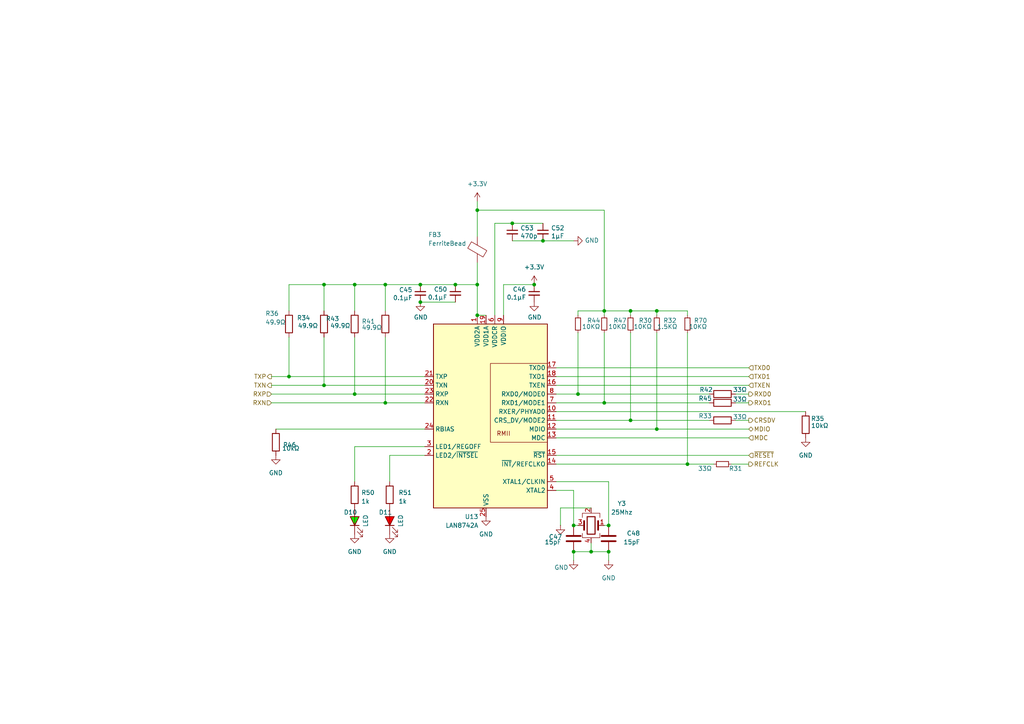
<source format=kicad_sch>
(kicad_sch (version 20231120) (generator "eeschema") (generator_version "8.0")
  (paper "A4")
  (lib_symbols
    (symbol "Device:C" (pin_numbers hide) (pin_names (offset 0.254))
      (property "Reference" "C" (at 0.635 2.54 0))
      (property "Value" "C" (at 0.635 -2.54 0))
      (symbol "C_0_1"
        (polyline (pts (xy -2.032 -0.762) (xy 2.032 -0.762)) (stroke (width 0.508)))
        (polyline (pts (xy -2.032 0.762) (xy 2.032 0.762)) (stroke (width 0.508)))
      )
      (symbol "C_1_1"
        (pin passive line (at 0 3.81 270) (length 2.794) (name "~") (number "1"))
        (pin passive line (at 0 -3.81 90) (length 2.794) (name "~") (number "2"))
      )
    )
    (symbol "Device:C_Small" (pin_numbers hide) (pin_names (offset 0.254) hide)
      (property "Reference" "C" (at 0.254 1.778 0))
      (property "Value" "C_Small" (at 0.254 -2.032 0))
      (symbol "C_Small_0_1"
        (polyline (pts (xy -1.524 -0.508) (xy 1.524 -0.508)) (stroke (width 0.3302)))
        (polyline (pts (xy -1.524 0.508) (xy 1.524 0.508)) (stroke (width 0.3048)))
      )
      (symbol "C_Small_1_1"
        (pin passive line (at 0 2.54 270) (length 2.032) (name "~") (number "1"))
        (pin passive line (at 0 -2.54 90) (length 2.032) (name "~") (number "2"))
      )
    )
    (symbol "Device:Crystal_GND24" (pin_names (offset 1.016) hide)
      (property "Reference" "Y" (at 3.175 5.08 0))
      (property "Value" "Crystal_GND24" (at 3.175 3.175 0))
      (symbol "Crystal_GND24_0_1"
        (rectangle (start -1.143 2.54) (end 1.143 -2.54) (stroke (width 0.3048)))
        (polyline (pts (xy -2.54 0) (xy -2.032 0)))
        (polyline (pts (xy -2.032 -1.27) (xy -2.032 1.27)) (stroke (width 0.508)))
        (polyline (pts (xy 0 -3.81) (xy 0 -3.556)))
        (polyline (pts (xy 0 3.556) (xy 0 3.81)))
        (polyline (pts (xy 2.032 -1.27) (xy 2.032 1.27)) (stroke (width 0.508)))
        (polyline (pts (xy 2.032 0) (xy 2.54 0)))
        (polyline (pts (xy -2.54 -2.286) (xy -2.54 -3.556) (xy 2.54 -3.556) (xy 2.54 -2.286)))
        (polyline (pts (xy -2.54 2.286) (xy -2.54 3.556) (xy 2.54 3.556) (xy 2.54 2.286)))
      )
      (symbol "Crystal_GND24_1_1"
        (pin passive line (at -3.81 0 0) (length 1.27) (name "1") (number "1"))
        (pin passive line (at 0 5.08 270) (length 1.27) (name "2") (number "2"))
        (pin passive line (at 3.81 0 180) (length 1.27) (name "3") (number "3"))
        (pin passive line (at 0 -5.08 90) (length 1.27) (name "4") (number "4"))
      )
    )
    (symbol "Device:FerriteBead" (pin_numbers hide) (pin_names (offset 0))
      (property "Reference" "FB" (at -3.81 0.635 90))
      (property "Value" "FerriteBead" (at 3.81 0 90))
      (symbol "FerriteBead_0_1"
        (polyline (pts (xy 0 -1.27) (xy 0 -1.2192)))
        (polyline (pts (xy 0 1.27) (xy 0 1.2954)))
        (polyline (pts (xy -2.7686 0.4064) (xy -1.7018 2.2606) (xy 2.7686 -0.3048) (xy 1.6764 -2.159) (xy -2.7686 0.4064)))
      )
      (symbol "FerriteBead_1_1"
        (pin passive line (at 0 3.81 270) (length 2.54) (name "~") (number "1"))
        (pin passive line (at 0 -3.81 90) (length 2.54) (name "~") (number "2"))
      )
    )
    (symbol "Device:LED" (pin_numbers hide) (pin_names (offset 1.016) hide)
      (property "Reference" "D2" (at 3.175 -0.9525 90))
      (property "Value" "LED" (at 3.175 -3.4925 90))
      (symbol "LED_0_1"
        (polyline (pts (xy -1.27 -1.27) (xy -1.27 1.27)) (stroke (width 0.254)))
        (polyline (pts (xy -1.27 0) (xy 1.27 0)))
        (polyline (pts (xy 1.27 -1.27) (xy 1.27 1.27) (xy -1.27 0) (xy 1.27 -1.27)) (stroke (width 0.254)) (fill (type color) (color 0 255 0 1)))
        (polyline (pts (xy -3.048 -0.762) (xy -4.572 -2.286) (xy -3.81 -2.286) (xy -4.572 -2.286) (xy -4.572 -1.524)))
        (polyline (pts (xy -1.778 -0.762) (xy -3.302 -2.286) (xy -2.54 -2.286) (xy -3.302 -2.286) (xy -3.302 -1.524)))
      )
      (symbol "LED_1_1"
        (pin passive line (at -3.81 0 0) (length 2.54) (name "K") (number "1"))
        (pin passive line (at 3.81 0 180) (length 2.54) (name "A") (number "2"))
      )
    )
    (symbol "Device:R" (pin_numbers hide) (pin_names (offset 0))
      (property "Reference" "R" (at 2.032 0 90))
      (property "Value" "R" (at 0 0 90))
      (symbol "R_0_1"
        (rectangle (start -1.016 -2.54) (end 1.016 2.54) (stroke (width 0.254)))
      )
      (symbol "R_1_1"
        (pin passive line (at 0 3.81 270) (length 1.27) (name "~") (number "1"))
        (pin passive line (at 0 -3.81 90) (length 1.27) (name "~") (number "2"))
      )
    )
    (symbol "Device:R_Small" (pin_numbers hide) (pin_names (offset 0.254) hide)
      (property "Reference" "R" (at 0.762 0.508 0))
      (property "Value" "R_Small" (at 0.762 -1.016 0))
      (symbol "R_Small_0_1"
        (rectangle (start -0.762 1.778) (end 0.762 -1.778) (stroke (width 0.2032)))
      )
      (symbol "R_Small_1_1"
        (pin passive line (at 0 2.54 270) (length 0.762) (name "~") (number "1"))
        (pin passive line (at 0 -2.54 90) (length 0.762) (name "~") (number "2"))
      )
    )
    (symbol "Interface_Ethernet:LAN8742A"
      (property "Reference" "U" (at -13.97 29.21 0))
      (property "Value" "LAN8742A" (at 15.24 29.21 0))
      (symbol "LAN8742A_0_0"
        (text "RMII" (at -5.08 -3.81 0) (effects (font (size 1.27 1.27))))
      )
      (symbol "LAN8742A_0_1"
        (rectangle (start -17.78 27.94) (end 15.24 -25.4) (stroke (width 0.254)) (fill (type background)))
        (polyline (pts (xy -17.78 -6.35) (xy -1.27 -6.35) (xy -1.27 16.51) (xy -17.78 16.51)))
      )
      (symbol "LAN8742A_1_1"
        (pin power_in line (at 2.54 30.48 270) (length 2.54) (name "VDD2A") (number "1"))
        (pin output line (at -20.32 2.54 0) (length 2.54) (name "RXER/PHYAD0") (number "10"))
        (pin bidirectional line (at -20.32 0 0) (length 2.54) (name "CRS_DV/MODE2") (number "11"))
        (pin bidirectional line (at -20.32 -2.54 0) (length 2.54) (name "MDIO") (number "12"))
        (pin input line (at -20.32 -5.08 0) (length 2.54) (name "MDC") (number "13"))
        (pin output line (at -20.32 -12.7 0) (length 2.54) (name "~{INT}/REFCLKO") (number "14"))
        (pin input line (at -20.32 -10.16 0) (length 2.54) (name "~{RST}") (number "15"))
        (pin input line (at -20.32 10.16 0) (length 2.54) (name "TXEN") (number "16"))
        (pin input line (at -20.32 15.24 0) (length 2.54) (name "TXD0") (number "17"))
        (pin input line (at -20.32 12.7 0) (length 2.54) (name "TXD1") (number "18"))
        (pin power_in line (at 0 30.48 270) (length 2.54) (name "VDD1A") (number "19"))
        (pin bidirectional line (at 17.78 -10.16 180) (length 2.54) (name "LED2/~{INTSEL}") (number "2"))
        (pin passive line (at 17.78 10.16 180) (length 2.54) (name "TXN") (number "20"))
        (pin passive line (at 17.78 12.7 180) (length 2.54) (name "TXP") (number "21"))
        (pin passive line (at 17.78 5.08 180) (length 2.54) (name "RXN") (number "22"))
        (pin passive line (at 17.78 7.62 180) (length 2.54) (name "RXP") (number "23"))
        (pin passive line (at 17.78 -2.54 180) (length 2.54) (name "RBIAS") (number "24"))
        (pin power_in line (at 0 -27.94 90) (length 2.54) (name "VSS") (number "25"))
        (pin bidirectional line (at 17.78 -7.62 180) (length 2.54) (name "LED1/REGOFF") (number "3"))
        (pin output line (at -20.32 -20.32 0) (length 2.54) (name "XTAL2") (number "4"))
        (pin input line (at -20.32 -17.78 0) (length 2.54) (name "XTAL1/CLKIN") (number "5"))
        (pin power_in line (at -2.54 30.48 270) (length 2.54) (name "VDDCR") (number "6"))
        (pin bidirectional line (at -20.32 5.08 0) (length 2.54) (name "RXD1/MODE1") (number "7"))
        (pin bidirectional line (at -20.32 7.62 0) (length 2.54) (name "RXD0/MODE0") (number "8"))
        (pin power_in line (at -5.08 30.48 270) (length 2.54) (name "VDDIO") (number "9"))
      )
    )
    (symbol "LED_1" (pin_numbers hide) (pin_names (offset 1.016) hide)
      (property "Reference" "D1" (at 3.175 -0.9525 90))
      (property "Value" "LED" (at 3.175 -3.4925 90))
      (symbol "LED_1_0_1"
        (polyline (pts (xy -1.27 -1.27) (xy -1.27 1.27)) (stroke (width 0.254)))
        (polyline (pts (xy -1.27 0) (xy 1.27 0)))
        (polyline (pts (xy 1.27 -1.27) (xy 1.27 1.27) (xy -1.27 0) (xy 1.27 -1.27)) (stroke (width 0.254)) (fill (type color) (color 255 0 0 1)))
        (polyline (pts (xy -3.048 -0.762) (xy -4.572 -2.286) (xy -3.81 -2.286) (xy -4.572 -2.286) (xy -4.572 -1.524)))
        (polyline (pts (xy -1.778 -0.762) (xy -3.302 -2.286) (xy -2.54 -2.286) (xy -3.302 -2.286) (xy -3.302 -1.524)))
      )
      (symbol "LED_1_1_1"
        (pin passive line (at -3.81 0 0) (length 2.54) (name "K") (number "1"))
        (pin passive line (at 3.81 0 180) (length 2.54) (name "A") (number "2"))
      )
    )
    (symbol "h730duino-rescue:GND-power" (power) (pin_names (offset 0))
      (property "Value" "power_GND" (at 0 -3.81 0))
      (symbol "GND-power_0_1"
        (polyline (pts (xy 0 0) (xy 0 -1.27) (xy 1.27 -1.27) (xy 0 -2.54) (xy -1.27 -1.27) (xy 0 -1.27)))
      )
      (symbol "GND-power_1_1"
        (pin power_in line (at 0 0 270) (length 0) hide (name "GND") (number "1"))
      )
    )
    (symbol "power:+3.3V" (power) (pin_numbers hide) (pin_names (offset 0) hide)
      (property "Value" "+3.3V" (at 0 3.556 0))
      (symbol "+3.3V_0_1"
        (polyline (pts (xy -0.762 1.27) (xy 0 2.54)))
        (polyline (pts (xy 0 0) (xy 0 2.54)))
        (polyline (pts (xy 0 2.54) (xy 0.762 1.27)))
      )
      (symbol "+3.3V_1_1"
        (pin power_in line (at 0 0 90) (length 0) (name "~") (number "1"))
      )
    )
    (symbol "power:GND" (power) (pin_numbers hide) (pin_names (offset 0) hide)
      (property "Value" "GND" (at 0 -3.81 0))
      (symbol "GND_0_1"
        (polyline (pts (xy 0 0) (xy 0 -1.27) (xy 1.27 -1.27) (xy 0 -2.54) (xy -1.27 -1.27) (xy 0 -1.27)))
      )
      (symbol "GND_1_1"
        (pin power_in line (at 0 0 270) (length 0) (name "~") (number "1"))
      )
    )
  )
  (junction (at 138.43 60.96))
  (junction (at 199.39 134.62))
  (junction (at 157.48 69.85))
  (junction (at 121.92 87.63))
  (junction (at 93.98 111.76))
  (junction (at 166.37 160.02))
  (junction (at 176.53 152.4))
  (junction (at 121.92 82.55))
  (junction (at 138.43 91.44))
  (junction (at 111.76 116.84))
  (junction (at 138.43 82.55))
  (junction (at 93.98 82.55))
  (junction (at 190.5 90.17))
  (junction (at 175.26 90.17))
  (junction (at 132.08 82.55))
  (junction (at 102.87 82.55))
  (junction (at 148.59 64.77))
  (junction (at 111.76 82.55))
  (junction (at 171.45 160.02))
  (junction (at 102.87 114.3))
  (junction (at 190.5 124.46))
  (junction (at 154.94 82.55))
  (junction (at 175.26 116.84))
  (junction (at 182.88 121.92))
  (junction (at 167.64 114.3))
  (junction (at 166.37 152.4))
  (junction (at 176.53 160.02))
  (junction (at 182.88 90.17))
  (junction (at 83.82 109.22))
  (wire (pts (xy 161.29 142.24) (xy 166.37 142.24)))
  (wire (pts (xy 175.26 90.17) (xy 175.26 91.44)))
  (wire (pts (xy 157.48 69.85) (xy 166.37 69.85)))
  (wire (pts (xy 217.17 132.08) (xy 161.29 132.08)))
  (wire (pts (xy 138.43 91.44) (xy 140.97 91.44)))
  (wire (pts (xy 175.26 116.84) (xy 161.29 116.84)))
  (wire (pts (xy 93.98 82.55) (xy 102.87 82.55)))
  (wire (pts (xy 217.17 116.84) (xy 213.36 116.84)))
  (wire (pts (xy 176.53 152.4) (xy 175.26 152.4)))
  (wire (pts (xy 80.01 124.46) (xy 123.19 124.46)))
  (wire (pts (xy 166.37 152.4) (xy 167.64 152.4)))
  (wire (pts (xy 217.17 127) (xy 161.29 127)))
  (wire (pts (xy 102.87 114.3) (xy 123.19 114.3)))
  (wire (pts (xy 111.76 82.55) (xy 121.92 82.55)))
  (wire (pts (xy 83.82 90.17) (xy 83.82 82.55)))
  (wire (pts (xy 161.29 109.22) (xy 217.17 109.22)))
  (wire (pts (xy 161.29 139.7) (xy 176.53 139.7)))
  (wire (pts (xy 217.17 134.62) (xy 212.09 134.62)))
  (wire (pts (xy 199.39 90.17) (xy 199.39 91.44)))
  (wire (pts (xy 171.45 157.48) (xy 171.45 160.02)))
  (wire (pts (xy 190.5 124.46) (xy 217.17 124.46)))
  (wire (pts (xy 121.92 87.63) (xy 132.08 87.63)))
  (wire (pts (xy 138.43 76.2) (xy 138.43 82.55)))
  (wire (pts (xy 176.53 139.7) (xy 176.53 152.4)))
  (wire (pts (xy 113.03 132.08) (xy 113.03 139.7)))
  (wire (pts (xy 111.76 116.84) (xy 123.19 116.84)))
  (wire (pts (xy 143.51 64.77) (xy 143.51 91.44)))
  (wire (pts (xy 162.56 147.32) (xy 171.45 147.32)))
  (wire (pts (xy 83.82 97.79) (xy 83.82 109.22)))
  (wire (pts (xy 167.64 114.3) (xy 205.74 114.3)))
  (wire (pts (xy 111.76 97.79) (xy 111.76 116.84)))
  (wire (pts (xy 83.82 82.55) (xy 93.98 82.55)))
  (wire (pts (xy 138.43 60.96) (xy 138.43 58.42)))
  (wire (pts (xy 175.26 116.84) (xy 205.74 116.84)))
  (wire (pts (xy 217.17 121.92) (xy 213.36 121.92)))
  (wire (pts (xy 171.45 160.02) (xy 166.37 160.02)))
  (wire (pts (xy 146.05 91.44) (xy 146.05 82.55)))
  (wire (pts (xy 148.59 64.77) (xy 143.51 64.77)))
  (wire (pts (xy 167.64 91.44) (xy 167.64 90.17)))
  (wire (pts (xy 190.5 124.46) (xy 161.29 124.46)))
  (wire (pts (xy 207.01 134.62) (xy 199.39 134.62)))
  (wire (pts (xy 175.26 90.17) (xy 167.64 90.17)))
  (wire (pts (xy 93.98 97.79) (xy 93.98 111.76)))
  (wire (pts (xy 167.64 96.52) (xy 167.64 114.3)))
  (wire (pts (xy 138.43 60.96) (xy 175.26 60.96)))
  (wire (pts (xy 182.88 90.17) (xy 182.88 91.44)))
  (wire (pts (xy 182.88 96.52) (xy 182.88 121.92)))
  (wire (pts (xy 167.64 114.3) (xy 161.29 114.3)))
  (wire (pts (xy 199.39 134.62) (xy 161.29 134.62)))
  (wire (pts (xy 199.39 96.52) (xy 199.39 134.62)))
  (wire (pts (xy 190.5 90.17) (xy 199.39 90.17)))
  (wire (pts (xy 121.92 82.55) (xy 132.08 82.55)))
  (wire (pts (xy 213.36 114.3) (xy 217.17 114.3)))
  (wire (pts (xy 162.56 147.32) (xy 162.56 152.4)))
  (wire (pts (xy 93.98 82.55) (xy 93.98 90.17)))
  (wire (pts (xy 217.17 111.76) (xy 161.29 111.76)))
  (wire (pts (xy 102.87 82.55) (xy 111.76 82.55)))
  (wire (pts (xy 78.74 111.76) (xy 93.98 111.76)))
  (wire (pts (xy 102.87 97.79) (xy 102.87 114.3)))
  (wire (pts (xy 111.76 82.55) (xy 111.76 90.17)))
  (wire (pts (xy 217.17 106.68) (xy 161.29 106.68)))
  (wire (pts (xy 78.74 109.22) (xy 83.82 109.22)))
  (wire (pts (xy 182.88 121.92) (xy 161.29 121.92)))
  (wire (pts (xy 93.98 111.76) (xy 123.19 111.76)))
  (wire (pts (xy 176.53 160.02) (xy 171.45 160.02)))
  (wire (pts (xy 166.37 142.24) (xy 166.37 152.4)))
  (wire (pts (xy 176.53 162.56) (xy 176.53 160.02)))
  (wire (pts (xy 78.74 114.3) (xy 102.87 114.3)))
  (wire (pts (xy 132.08 82.55) (xy 138.43 82.55)))
  (wire (pts (xy 102.87 129.54) (xy 123.19 129.54)))
  (wire (pts (xy 123.19 132.08) (xy 113.03 132.08)))
  (wire (pts (xy 175.26 90.17) (xy 182.88 90.17)))
  (wire (pts (xy 102.87 82.55) (xy 102.87 90.17)))
  (wire (pts (xy 148.59 64.77) (xy 157.48 64.77)))
  (wire (pts (xy 78.74 116.84) (xy 111.76 116.84)))
  (wire (pts (xy 233.68 119.38) (xy 161.29 119.38)))
  (wire (pts (xy 138.43 68.58) (xy 138.43 60.96)))
  (wire (pts (xy 166.37 162.56) (xy 166.37 160.02)))
  (wire (pts (xy 102.87 139.7) (xy 102.87 129.54)))
  (wire (pts (xy 148.59 69.85) (xy 157.48 69.85)))
  (wire (pts (xy 182.88 121.92) (xy 205.74 121.92)))
  (wire (pts (xy 146.05 82.55) (xy 154.94 82.55)))
  (wire (pts (xy 83.82 109.22) (xy 123.19 109.22)))
  (wire (pts (xy 190.5 90.17) (xy 182.88 90.17)))
  (wire (pts (xy 190.5 96.52) (xy 190.5 124.46)))
  (wire (pts (xy 175.26 60.96) (xy 175.26 90.17)))
  (wire (pts (xy 190.5 91.44) (xy 190.5 90.17)))
  (wire (pts (xy 175.26 96.52) (xy 175.26 116.84)))
  (wire (pts (xy 138.43 82.55) (xy 138.43 91.44)))
  (hierarchical_label "RXN" (shape input) (at 78.74 116.84 180))
  (hierarchical_label "CRSDV" (shape output) (at 217.17 121.92 0))
  (hierarchical_label "TXP" (shape output) (at 78.74 109.22 180))
  (hierarchical_label "RXP" (shape input) (at 78.74 114.3 180))
  (hierarchical_label "REFCLK" (shape output) (at 217.17 134.62 0))
  (hierarchical_label "TXD0" (shape input) (at 217.17 106.68 0))
  (hierarchical_label "RXD1" (shape output) (at 217.17 116.84 0))
  (hierarchical_label "TXD1" (shape input) (at 217.17 109.22 0))
  (hierarchical_label "MDC" (shape input) (at 217.17 127 0))
  (hierarchical_label "~{RESET}" (shape input) (at 217.17 132.08 0))
  (hierarchical_label "RXD0" (shape output) (at 217.17 114.3 0))
  (hierarchical_label "TXEN" (shape input) (at 217.17 111.76 0))
  (hierarchical_label "MDIO" (shape bidirectional) (at 217.17 124.46 0))
  (hierarchical_label "TXN" (shape output) (at 78.74 111.76 180))
  (symbol (lib_id "Device:R") (at 209.55 116.84 90) (unit 1)
    (property "Reference" "R45" (at 206.502 115.57 90) (effects (justify left)))
    (property "Value" "33Ω" (at 216.662 115.824 90) (effects (justify left)))
    (property "Footprint" "Resistor_SMD:R_0603_1608Metric_Pad0.98x0.95mm_HandSolder" (effects (hide yes)))
    (property "Description" "Resistor" (effects (hide yes)))
  )
  (symbol (lib_id "Device:R") (at 102.87 93.98 0) (unit 1)
    (property "Reference" "R43" (at 94.488 92.456 0) (effects (justify left)))
    (property "Value" "49.9Ω" (at 95.758 94.488 0) (effects (justify left)))
    (property "Footprint" "Resistor_SMD:R_0603_1608Metric_Pad0.98x0.95mm_HandSolder" (effects (hide yes)))
    (property "Description" "Resistor" (effects (hide yes)))
  )
  (symbol (lib_id "Device:C_Small") (at 154.94 85.09 0) (mirror y) (unit 1)
    (property "Reference" "C46" (at 152.6032 83.9216 0) (effects (justify left)))
    (property "Value" "0.1μF" (at 152.6032 86.233 0) (effects (justify left)))
    (property "Footprint" "Capacitor_SMD:C_0402_1005Metric_Pad0.74x0.62mm_HandSolder" (effects (hide yes)))
    (property "DESCRIPTION" "Capacitor 100n 0603" (effects (hide yes)))
    (property "MANUFACTURER_PART_NUMBER" "CC0603KRX7R9BB104" (effects (hide yes)))
    (property "MANUFACTURER" "Yageo" (effects (hide yes)))
  )
  (symbol (lib_id "Device:C_Small") (at 132.08 85.09 0) (mirror y) (unit 1)
    (property "Reference" "C50" (at 129.7432 83.9216 0) (effects (justify left)))
    (property "Value" "0.1μF" (at 129.7432 86.233 0) (effects (justify left)))
    (property "Footprint" "Capacitor_SMD:C_0402_1005Metric_Pad0.74x0.62mm_HandSolder" (effects (hide yes)))
    (property "DESCRIPTION" "Capacitor 100n 0603" (effects (hide yes)))
    (property "MANUFACTURER_PART_NUMBER" "CC0603KRX7R9BB104" (effects (hide yes)))
    (property "MANUFACTURER" "Yageo" (effects (hide yes)))
  )
  (symbol (lib_id "power:+3.3V") (at 138.43 58.42 0) (unit 1)
    (property "Reference" "#PWR01201" (effects (hide yes)))
    (property "Value" "+3.3V" (at 138.43 53.34 0))
    (property "Description" "Power symbol creates a global label with name \"+3.3V\"" (effects (hide yes)))
  )
  (symbol (lib_id "h730duino-rescue:GND-power") (at 121.92 87.63 0) (unit 1)
    (property "Reference" "#PWR01205" (effects (hide yes)))
    (property "Value" "GND" (at 122.047 92.0242 0))
  )
  (symbol (lib_id "Device:LED") (at 102.87 151.13 90) (unit 1)
    (property "Reference" "D10" (at 99.695 148.59 90) (effects (justify right)))
    (property "Value" "LED" (at 106.045 149.225 0) (effects (justify right)))
    (property "Footprint" "LED_SMD:LED_0603_1608Metric_Pad1.05x0.95mm_HandSolder" (effects (hide yes)))
  )
  (symbol (lib_id "h730duino-rescue:GND-power") (at 166.37 69.85 90) (unit 1)
    (property "Reference" "#PWR01202" (effects (hide yes)))
    (property "Value" "GND" (at 169.6212 69.723 90) (effects (justify right)))
  )
  (symbol (lib_id "power:GND") (at 176.53 162.56 0) (mirror y) (unit 1)
    (property "Reference" "#PWR0908" (effects (hide yes)))
    (property "Value" "GND" (at 176.53 167.64 0))
    (property "Description" "Power symbol creates a global label with name \"GND\" , ground" (effects (hide yes)))
  )
  (symbol (lib_id "Device:R") (at 80.01 128.27 0) (unit 1)
    (property "Reference" "R46" (at 82.042 129.032 0) (effects (justify left)))
    (property "Value" "10kΩ" (at 81.788 130.048 0) (effects (justify left)))
    (property "Footprint" "Resistor_SMD:R_0603_1608Metric_Pad0.98x0.95mm_HandSolder" (effects (hide yes)))
    (property "Description" "Resistor" (effects (hide yes)))
  )
  (symbol (lib_id "power:GND") (at 166.37 162.56 0) (mirror y) (unit 1)
    (property "Reference" "#PWR0907" (effects (hide yes)))
    (property "Value" "GND" (at 162.814 164.592 0))
    (property "Description" "Power symbol creates a global label with name \"GND\" , ground" (effects (hide yes)))
  )
  (symbol (lib_id "Device:R") (at 83.82 93.98 0) (unit 1)
    (property "Reference" "R36" (at 76.962 90.932 0) (effects (justify left)))
    (property "Value" "49.9Ω" (at 76.962 93.472 0) (effects (justify left)))
    (property "Footprint" "Resistor_SMD:R_0603_1608Metric_Pad0.98x0.95mm_HandSolder" (effects (hide yes)))
    (property "Description" "Resistor" (effects (hide yes)))
  )
  (symbol (lib_id "Device:Crystal_GND24") (at 171.45 152.4 0) (mirror y) (unit 1)
    (property "Reference" "Y3" (at 180.34 146.05 0))
    (property "Value" "25Mhz" (at 180.34 148.59 0))
    (property "Footprint" "Crystal:Crystal_SMD_SeikoEpson_FA128-4Pin_2.0x1.6mm" (effects (hide yes)))
    (property "Description" "Four pin crystal, GND on pins 2 and 4" (effects (hide yes)))
  )
  (symbol (lib_id "Interface_Ethernet:LAN8742A") (at 140.97 121.92 0) (mirror y) (unit 1)
    (property "Reference" "U13" (at 138.7759 149.86 0) (effects (justify left)))
    (property "Value" "LAN8742A" (at 138.7759 152.4 0) (effects (justify left)))
    (property "Footprint" "Package_DFN_QFN:VQFN-24-1EP_4x4mm_P0.5mm_EP2.5x2.5mm" (effects (hide yes)))
    (property "Datasheet" "http://ww1.microchip.com/downloads/en/DeviceDoc/8742a.pdf" (effects (hide yes)))
    (property "Description" "LAN8720 Ethernet PHY with RMII interface, QFN-24" (effects (hide yes)))
  )
  (symbol (lib_id "Device:R") (at 209.55 114.3 90) (unit 1)
    (property "Reference" "R42" (at 206.756 113.03 90) (effects (justify left)))
    (property "Value" "33Ω" (at 216.662 113.03 90) (effects (justify left)))
    (property "Footprint" "Resistor_SMD:R_0603_1608Metric_Pad0.98x0.95mm_HandSolder" (effects (hide yes)))
    (property "Description" "Resistor" (effects (hide yes)))
  )
  (symbol (lib_id "Device:R") (at 111.76 93.98 0) (unit 1)
    (property "Reference" "R41" (at 104.902 93.218 0) (effects (justify left)))
    (property "Value" "49.9Ω" (at 104.902 94.996 0) (effects (justify left)))
    (property "Footprint" "Resistor_SMD:R_0603_1608Metric_Pad0.98x0.95mm_HandSolder" (effects (hide yes)))
    (property "Description" "Resistor" (effects (hide yes)))
  )
  (symbol (lib_id "power:GND") (at 102.87 154.94 0) (unit 1)
    (property "Reference" "#PWR01206" (effects (hide yes)))
    (property "Value" "GND" (at 102.87 160.02 0))
    (property "Description" "Power symbol creates a global label with name \"GND\" , ground" (effects (hide yes)))
  )
  (symbol (lib_id "power:GND") (at 162.56 152.4 0) (mirror y) (unit 1)
    (property "Reference" "#PWR0904" (effects (hide yes)))
    (property "Value" "GND" (effects (hide yes)))
    (property "Description" "Power symbol creates a global label with name \"GND\" , ground" (effects (hide yes)))
  )
  (symbol (lib_id "power:GND") (at 233.68 127 0) (unit 1)
    (property "Reference" "#PWR031" (effects (hide yes)))
    (property "Value" "GND" (at 233.68 132.08 0))
    (property "Description" "Power symbol creates a global label with name \"GND\" , ground" (effects (hide yes)))
  )
  (symbol (lib_id "power:GND") (at 113.03 154.94 0) (unit 1)
    (property "Reference" "#PWR01207" (effects (hide yes)))
    (property "Value" "GND" (at 113.03 160.02 0))
    (property "Description" "Power symbol creates a global label with name \"GND\" , ground" (effects (hide yes)))
  )
  (symbol (lib_id "Device:R") (at 233.68 123.19 0) (unit 1)
    (property "Reference" "R35" (at 235.204 121.412 0) (effects (justify left)))
    (property "Value" "10kΩ" (at 235.204 123.444 0) (effects (justify left)))
    (property "Footprint" "Resistor_SMD:R_0603_1608Metric_Pad0.98x0.95mm_HandSolder" (effects (hide yes)))
    (property "Description" "Resistor" (effects (hide yes)))
  )
  (symbol (lib_id "power:GND") (at 140.97 149.86 0) (unit 1)
    (property "Reference" "#PWR0103" (effects (hide yes)))
    (property "Value" "GND" (at 140.97 154.94 0))
    (property "Description" "Power symbol creates a global label with name \"GND\" , ground" (effects (hide yes)))
  )
  (symbol (lib_id "Device:R") (at 93.98 93.98 0) (unit 1)
    (property "Reference" "R34" (at 86.106 92.202 0) (effects (justify left)))
    (property "Value" "49.9Ω" (at 86.36 94.488 0) (effects (justify left)))
    (property "Footprint" "Resistor_SMD:R_0603_1608Metric_Pad0.98x0.95mm_HandSolder" (effects (hide yes)))
    (property "Description" "Resistor" (effects (hide yes)))
  )
  (symbol (lib_id "Device:C_Small") (at 157.48 67.31 0) (unit 1)
    (property "Reference" "C52" (at 159.8168 66.1416 0) (effects (justify left)))
    (property "Value" "1μF" (at 159.8168 68.453 0) (effects (justify left)))
    (property "Footprint" "Capacitor_SMD:C_0603_1608Metric_Pad1.08x0.95mm_HandSolder" (effects (hide yes)))
    (property "DESCRIPTION" "Capacitor 1u 0603" (effects (hide yes)))
    (property "MANUFACTURER_PART_NUMBER" "CC0603ZRY5V6BB105" (effects (hide yes)))
    (property "MANUFACTURER" "Yageo" (effects (hide yes)))
  )
  (symbol (lib_id "Device:R_Small") (at 175.26 93.98 0) (mirror y) (unit 1)
    (property "Reference" "R47" (at 179.832 92.964 0))
    (property "Value" "10KΩ" (at 179.07 94.742 0))
    (property "Footprint" "Resistor_SMD:R_0603_1608Metric_Pad0.98x0.95mm_HandSolder" (effects (hide yes)))
    (property "DESCRIPTION" "Resistor 10K 0603" (effects (hide yes)))
    (property "MANUFACTURER" "Yageo" (effects (hide yes)))
    (property "MANUFACTURER_PART_NUMBER" "RC0603FR-0710KL" (effects (hide yes)))
  )
  (symbol (lib_name "LED_1") (lib_id "Device:LED") (at 113.03 151.13 90) (unit 1)
    (property "Reference" "D11" (at 109.855 148.59 90) (effects (justify right)))
    (property "Value" "LED" (at 116.205 149.225 0) (effects (justify right)))
    (property "Footprint" "LED_SMD:LED_0603_1608Metric_Pad1.05x0.95mm_HandSolder" (effects (hide yes)))
  )
  (symbol (lib_id "h730duino-rescue:GND-power") (at 154.94 87.63 0) (unit 1)
    (property "Reference" "#PWR01204" (effects (hide yes)))
    (property "Value" "GND" (at 155.067 92.0242 0))
  )
  (symbol (lib_id "Device:C_Small") (at 148.59 67.31 0) (unit 1)
    (property "Reference" "C53" (at 150.9268 66.1416 0) (effects (justify left)))
    (property "Value" "470p" (at 150.9268 68.453 0) (effects (justify left)))
    (property "Footprint" "Capacitor_SMD:C_0603_1608Metric_Pad1.08x0.95mm_HandSolder" (effects (hide yes)))
    (property "DESCRIPTION" "Capacitor 420p 0603" (effects (hide yes)))
    (property "MANUFACTURER" "AVX" (effects (hide yes)))
    (property "MANUFACTURER_PART_NUMBER" "06035C471KAT2A" (effects (hide yes)))
  )
  (symbol (lib_id "Device:R") (at 102.87 143.51 0) (unit 1)
    (property "Reference" "R50" (at 104.775 142.875 0) (effects (justify left)))
    (property "Value" "1k" (at 104.775 145.415 0) (effects (justify left)))
    (property "Footprint" "Resistor_SMD:R_0603_1608Metric_Pad0.98x0.95mm_HandSolder" (effects (hide yes)))
    (property "LCSC" "C23186" (effects (hide yes)))
  )
  (symbol (lib_id "Device:FerriteBead") (at 138.43 72.39 0) (unit 1)
    (property "Reference" "FB3" (at 124.206 68.072 0) (effects (justify left)))
    (property "Value" "FerriteBead" (at 124.206 70.612 0) (effects (justify left)))
    (property "Footprint" "Inductor_SMD:L_0603_1608Metric_Pad1.05x0.95mm_HandSolder" (effects (hide yes)))
    (property "Description" "Ferrite bead" (effects (hide yes)))
  )
  (symbol (lib_id "Device:R_Small") (at 167.64 93.98 0) (mirror y) (unit 1)
    (property "Reference" "R44" (at 172.212 92.964 0))
    (property "Value" "10KΩ" (at 171.45 94.742 0))
    (property "Footprint" "Resistor_SMD:R_0603_1608Metric_Pad0.98x0.95mm_HandSolder" (effects (hide yes)))
    (property "DESCRIPTION" "Resistor 10K 0603" (effects (hide yes)))
    (property "MANUFACTURER" "Yageo" (effects (hide yes)))
    (property "MANUFACTURER_PART_NUMBER" "RC0603FR-0710KL" (effects (hide yes)))
  )
  (symbol (lib_id "Device:R_Small") (at 190.5 93.98 0) (mirror y) (unit 1)
    (property "Reference" "R32" (at 194.31 92.964 0))
    (property "Value" "1.5KΩ" (at 193.548 94.742 0))
    (property "Footprint" "Resistor_SMD:R_0603_1608Metric_Pad0.98x0.95mm_HandSolder" (effects (hide yes)))
    (property "DESCRIPTION" "Resistor 10K 0603" (effects (hide yes)))
    (property "MANUFACTURER" "Yageo" (effects (hide yes)))
    (property "MANUFACTURER_PART_NUMBER" "RC0603FR-0710KL" (effects (hide yes)))
  )
  (symbol (lib_id "power:GND") (at 80.01 132.08 0) (unit 1)
    (property "Reference" "#PWR0104" (effects (hide yes)))
    (property "Value" "GND" (at 80.01 137.16 0))
    (property "Description" "Power symbol creates a global label with name \"GND\" , ground" (effects (hide yes)))
  )
  (symbol (lib_id "Device:R") (at 113.03 143.51 0) (unit 1)
    (property "Reference" "R51" (at 115.57 142.875 0) (effects (justify left)))
    (property "Value" "1k" (at 115.57 145.415 0) (effects (justify left)))
    (property "Footprint" "Resistor_SMD:R_0603_1608Metric_Pad0.98x0.95mm_HandSolder" (effects (hide yes)))
    (property "LCSC" "C23186" (effects (hide yes)))
  )
  (symbol (lib_id "Device:R_Small") (at 209.55 134.62 270) (mirror x) (unit 1)
    (property "Reference" "R31" (at 213.36 135.89 90))
    (property "Value" "33Ω" (at 204.47 135.89 90))
    (property "Footprint" "Resistor_SMD:R_0603_1608Metric_Pad0.98x0.95mm_HandSolder" (effects (hide yes)))
    (property "DESCRIPTION" "Resistor 10K 0603" (effects (hide yes)))
    (property "MANUFACTURER" "Yageo" (effects (hide yes)))
    (property "MANUFACTURER_PART_NUMBER" "RC0603FR-0710KL" (effects (hide yes)))
  )
  (symbol (lib_id "Device:C") (at 176.53 156.21 0) (mirror y) (unit 1)
    (property "Reference" "C48" (at 185.674 154.686 0) (effects (justify left)))
    (property "Value" "15pF" (at 185.674 157.226 0) (effects (justify left)))
    (property "Footprint" "Capacitor_SMD:C_0603_1608Metric_Pad1.08x0.95mm_HandSolder" (effects (hide yes)))
    (property "Description" "Unpolarized capacitor" (effects (hide yes)))
  )
  (symbol (lib_id "Device:R_Small") (at 182.88 93.98 0) (mirror y) (unit 1)
    (property "Reference" "R30" (at 187.198 92.964 0))
    (property "Value" "10KΩ" (at 186.436 94.742 0))
    (property "Footprint" "Resistor_SMD:R_0603_1608Metric_Pad0.98x0.95mm_HandSolder" (effects (hide yes)))
    (property "DESCRIPTION" "Resistor 10K 0603" (effects (hide yes)))
    (property "MANUFACTURER" "Yageo" (effects (hide yes)))
    (property "MANUFACTURER_PART_NUMBER" "RC0603FR-0710KL" (effects (hide yes)))
  )
  (symbol (lib_id "Device:C_Small") (at 121.92 85.09 0) (mirror y) (unit 1)
    (property "Reference" "C45" (at 119.634 84.074 0) (effects (justify left)))
    (property "Value" "0.1μF" (at 119.634 86.3854 0) (effects (justify left)))
    (property "Footprint" "Capacitor_SMD:C_0402_1005Metric_Pad0.74x0.62mm_HandSolder" (effects (hide yes)))
    (property "DESCRIPTION" "Capacitor 100n 0603" (effects (hide yes)))
    (property "MANUFACTURER_PART_NUMBER" "CC0603KRX7R9BB104" (effects (hide yes)))
    (property "MANUFACTURER" "Yageo" (effects (hide yes)))
  )
  (symbol (lib_id "power:+3.3V") (at 154.94 82.55 0) (unit 1)
    (property "Reference" "#PWR01203" (effects (hide yes)))
    (property "Value" "+3.3V" (at 154.94 77.47 0))
    (property "Description" "Power symbol creates a global label with name \"+3.3V\"" (effects (hide yes)))
  )
  (symbol (lib_id "Device:C") (at 166.37 156.21 0) (mirror y) (unit 1)
    (property "Reference" "C47" (at 163.068 155.702 0) (effects (justify left)))
    (property "Value" "15pF" (at 162.814 157.226 0) (effects (justify left)))
    (property "Footprint" "Capacitor_SMD:C_0603_1608Metric_Pad1.08x0.95mm_HandSolder" (effects (hide yes)))
    (property "Description" "Unpolarized capacitor" (effects (hide yes)))
  )
  (symbol (lib_id "Device:R_Small") (at 199.39 93.98 0) (mirror y) (unit 1)
    (property "Reference" "R70" (at 203.2 92.964 0))
    (property "Value" "10KΩ" (at 202.438 94.742 0))
    (property "Footprint" "Resistor_SMD:R_0603_1608Metric_Pad0.98x0.95mm_HandSolder" (effects (hide yes)))
    (property "DESCRIPTION" "Resistor 10K 0603" (effects (hide yes)))
    (property "MANUFACTURER" "Yageo" (effects (hide yes)))
    (property "MANUFACTURER_PART_NUMBER" "RC0603FR-0710KL" (effects (hide yes)))
  )
  (symbol (lib_id "Device:R") (at 209.55 121.92 90) (unit 1)
    (property "Reference" "R33" (at 206.502 120.65 90) (effects (justify left)))
    (property "Value" "33Ω" (at 216.662 120.904 90) (effects (justify left)))
    (property "Footprint" "Resistor_SMD:R_0603_1608Metric_Pad0.98x0.95mm_HandSolder" (effects (hide yes)))
    (property "Description" "Resistor" (effects (hide yes)))
  )
)
</source>
